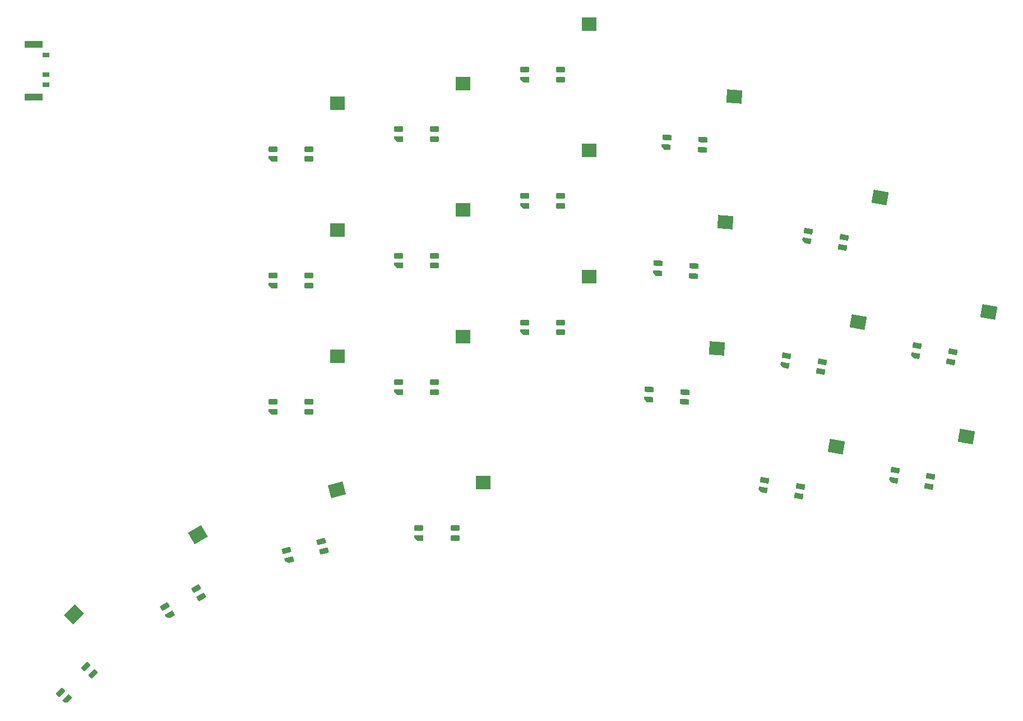
<source format=gtp>
G04 #@! TF.GenerationSoftware,KiCad,Pcbnew,7.0.11-7.0.11~ubuntu22.04.1*
G04 #@! TF.CreationDate,2024-07-25T08:20:22+02:00*
G04 #@! TF.ProjectId,klor1_4,6b6c6f72-315f-4342-9e6b-696361645f70,v1.4.0*
G04 #@! TF.SameCoordinates,Original*
G04 #@! TF.FileFunction,Paste,Top*
G04 #@! TF.FilePolarity,Positive*
%FSLAX46Y46*%
G04 Gerber Fmt 4.6, Leading zero omitted, Abs format (unit mm)*
G04 Created by KiCad (PCBNEW 7.0.11-7.0.11~ubuntu22.04.1) date 2024-07-25 08:20:22*
%MOMM*%
%LPD*%
G01*
G04 APERTURE LIST*
G04 Aperture macros list*
%AMRoundRect*
0 Rectangle with rounded corners*
0 $1 Rounding radius*
0 $2 $3 $4 $5 $6 $7 $8 $9 X,Y pos of 4 corners*
0 Add a 4 corners polygon primitive as box body*
4,1,4,$2,$3,$4,$5,$6,$7,$8,$9,$2,$3,0*
0 Add four circle primitives for the rounded corners*
1,1,$1+$1,$2,$3*
1,1,$1+$1,$4,$5*
1,1,$1+$1,$6,$7*
1,1,$1+$1,$8,$9*
0 Add four rect primitives between the rounded corners*
20,1,$1+$1,$2,$3,$4,$5,0*
20,1,$1+$1,$4,$5,$6,$7,0*
20,1,$1+$1,$6,$7,$8,$9,0*
20,1,$1+$1,$8,$9,$2,$3,0*%
%AMRotRect*
0 Rectangle, with rotation*
0 The origin of the aperture is its center*
0 $1 length*
0 $2 width*
0 $3 Rotation angle, in degrees counterclockwise*
0 Add horizontal line*
21,1,$1,$2,0,0,$3*%
%AMFreePoly0*
4,1,18,-0.410000,0.265000,0.000001,0.675000,0.327999,0.675000,0.359380,0.668758,0.385983,0.650983,0.403758,0.624380,0.410000,0.593000,0.410000,-0.593000,0.403758,-0.624380,0.385983,-0.650983,0.359380,-0.668758,0.328000,-0.675000,-0.327999,-0.675000,-0.359380,-0.668758,-0.385983,-0.650983,-0.403758,-0.624380,-0.410000,-0.593000,-0.410000,0.265000,-0.410000,0.265000,$1*%
G04 Aperture macros list end*
%ADD10RoundRect,0.082000X0.527034X-0.425990X0.640948X0.220044X-0.527034X0.425990X-0.640948X-0.220044X0*%
%ADD11FreePoly0,80.000000*%
%ADD12RotRect,2.300000X2.000000X170.000000*%
%ADD13RoundRect,0.082000X0.568675X-0.368567X0.614436X0.285835X-0.568675X0.368567X-0.614436X-0.285835X0*%
%ADD14FreePoly0,86.000000*%
%ADD15RotRect,2.300000X2.000000X176.000000*%
%ADD16RoundRect,0.082000X0.593000X-0.328000X0.593000X0.328000X-0.593000X0.328000X-0.593000X-0.328000X0*%
%ADD17FreePoly0,90.000000*%
%ADD18R,2.300000X2.000000*%
%ADD19RoundRect,0.082000X0.657687X-0.163344X0.487901X0.470303X-0.657687X0.163344X-0.487901X-0.470303X0*%
%ADD20FreePoly0,105.000000*%
%ADD21RotRect,2.300000X2.000000X195.000000*%
%ADD22RoundRect,0.082000X0.677553X0.012444X0.349553X0.580556X-0.677553X-0.012444X-0.349553X-0.580556X0*%
%ADD23FreePoly0,120.000000*%
%ADD24RotRect,2.300000X2.000000X210.000000*%
%ADD25RoundRect,0.082000X0.651245X0.187383X0.187383X0.651245X-0.651245X-0.187383X-0.187383X-0.651245X0*%
%ADD26FreePoly0,135.000000*%
%ADD27RotRect,2.300000X2.000000X225.000000*%
%ADD28R,1.000000X0.700000*%
%ADD29R,2.800000X1.000000*%
G04 APERTURE END LIST*
D10*
X204358342Y-90708785D03*
D11*
X198991140Y-89762402D03*
D10*
X199251612Y-88285190D03*
X204618814Y-89231573D03*
D12*
X210045654Y-83199448D03*
D10*
X220752115Y-107995267D03*
D11*
X215384913Y-107048884D03*
D10*
X215645385Y-105571672D03*
X221012587Y-106518055D03*
D12*
X226439427Y-100485930D03*
D10*
X201046420Y-109491624D03*
D11*
X195679218Y-108545241D03*
D10*
X195939690Y-107068029D03*
X201306892Y-108014412D03*
D12*
X206733732Y-101982287D03*
D10*
X217425909Y-126798938D03*
D11*
X212058707Y-125852555D03*
D10*
X212319179Y-124375343D03*
X217686381Y-125321726D03*
D12*
X223113221Y-119289601D03*
D10*
X197734498Y-128274466D03*
D11*
X192367296Y-127328083D03*
D10*
X192627768Y-125850871D03*
X197994970Y-126797254D03*
D12*
X203421810Y-120765129D03*
D13*
X180513858Y-114056419D03*
D14*
X175077133Y-113676247D03*
D13*
X175181768Y-112179901D03*
X180618492Y-112560073D03*
D15*
X185385074Y-105993734D03*
D16*
X161814473Y-103550701D03*
D17*
X156364473Y-103550701D03*
D16*
X156364473Y-102050701D03*
X161814473Y-102050701D03*
D18*
X166111399Y-95167857D03*
D13*
X181844295Y-95030282D03*
D14*
X176407570Y-94650110D03*
D13*
X176512205Y-93153764D03*
X181948929Y-93533936D03*
D15*
X186715511Y-86967597D03*
D16*
X161814473Y-84478104D03*
D17*
X156364473Y-84478104D03*
D16*
X156364473Y-82978104D03*
X161814473Y-82978104D03*
D18*
X166111399Y-76095260D03*
D13*
X183174732Y-76004147D03*
D14*
X177738007Y-75623975D03*
D13*
X177842642Y-74127629D03*
X183279366Y-74507801D03*
D15*
X188045948Y-67941462D03*
D16*
X161814473Y-65405508D03*
D17*
X156364473Y-65405508D03*
D16*
X156364473Y-63905508D03*
X161814473Y-63905508D03*
D18*
X166111399Y-57022664D03*
D16*
X142771675Y-74400180D03*
D17*
X137321675Y-74400180D03*
D16*
X137321675Y-72900180D03*
X142771675Y-72900180D03*
D18*
X147068601Y-66017336D03*
D16*
X123765105Y-77400180D03*
D17*
X118315105Y-77400180D03*
D16*
X118315105Y-75900180D03*
X123765105Y-75900180D03*
D18*
X128062031Y-69017336D03*
D16*
X142764473Y-93478104D03*
D17*
X137314473Y-93478104D03*
D16*
X137314473Y-91978104D03*
X142764473Y-91978104D03*
D18*
X147061399Y-85095260D03*
D16*
X123765105Y-96487584D03*
D17*
X118315105Y-96487584D03*
D16*
X118315105Y-94987584D03*
X123765105Y-94987584D03*
D18*
X128062031Y-88104740D03*
D16*
X142764473Y-112550701D03*
D17*
X137314473Y-112550701D03*
D16*
X137314473Y-111050701D03*
X142764473Y-111050701D03*
D18*
X147061399Y-104167857D03*
D16*
X123765105Y-115554987D03*
D17*
X118315105Y-115554987D03*
D16*
X118315105Y-114054987D03*
X123765105Y-114054987D03*
D18*
X128062031Y-107172143D03*
D16*
X145840675Y-134609987D03*
D17*
X140390675Y-134609987D03*
D16*
X140390675Y-133109987D03*
X145840675Y-133109987D03*
D18*
X150137601Y-126227143D03*
D19*
X126038907Y-136535427D03*
D20*
X120774611Y-137945991D03*
D19*
X120386382Y-136497102D03*
X125650678Y-135086538D03*
D21*
X128019779Y-127326095D03*
D22*
X107485199Y-143502137D03*
D23*
X102765360Y-146227137D03*
D22*
X102015360Y-144928099D03*
X106735199Y-142203099D03*
D24*
X107015024Y-134093918D03*
D25*
X91167658Y-155085383D03*
D26*
X87313926Y-158939115D03*
D25*
X86253266Y-157878455D03*
X90106998Y-154024723D03*
D27*
X88278478Y-146119432D03*
D28*
X84101228Y-61676228D03*
X84101228Y-64676228D03*
X84101228Y-66176228D03*
D29*
X82201228Y-68026228D03*
X82201228Y-60076228D03*
M02*

</source>
